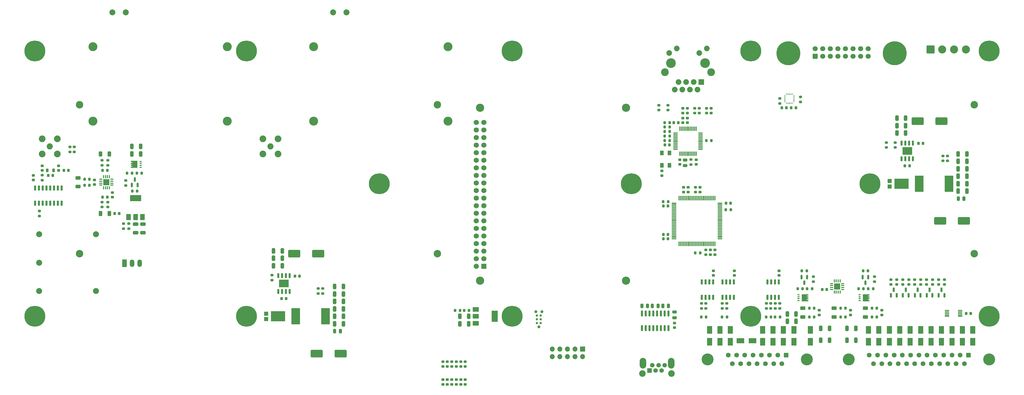
<source format=gbr>
%TF.GenerationSoftware,KiCad,Pcbnew,6.0.2+dfsg-1*%
%TF.CreationDate,2024-06-08T22:33:11+02:00*%
%TF.ProjectId,seatel,73656174-656c-42e6-9b69-6361645f7063,rev?*%
%TF.SameCoordinates,Original*%
%TF.FileFunction,Soldermask,Top*%
%TF.FilePolarity,Negative*%
%FSLAX46Y46*%
G04 Gerber Fmt 4.6, Leading zero omitted, Abs format (unit mm)*
G04 Created by KiCad (PCBNEW 6.0.2+dfsg-1) date 2024-06-08 22:33:11*
%MOMM*%
%LPD*%
G01*
G04 APERTURE LIST*
G04 Aperture macros list*
%AMRoundRect*
0 Rectangle with rounded corners*
0 $1 Rounding radius*
0 $2 $3 $4 $5 $6 $7 $8 $9 X,Y pos of 4 corners*
0 Add a 4 corners polygon primitive as box body*
4,1,4,$2,$3,$4,$5,$6,$7,$8,$9,$2,$3,0*
0 Add four circle primitives for the rounded corners*
1,1,$1+$1,$2,$3*
1,1,$1+$1,$4,$5*
1,1,$1+$1,$6,$7*
1,1,$1+$1,$8,$9*
0 Add four rect primitives between the rounded corners*
20,1,$1+$1,$2,$3,$4,$5,0*
20,1,$1+$1,$4,$5,$6,$7,0*
20,1,$1+$1,$6,$7,$8,$9,0*
20,1,$1+$1,$8,$9,$2,$3,0*%
%AMFreePoly0*
4,1,17,1.395000,0.765000,0.855000,0.765000,0.855000,0.535000,1.395000,0.535000,1.395000,0.115000,0.855000,0.115000,0.855000,-0.115000,1.395000,-0.115000,1.395000,-0.535000,0.855000,-0.535000,0.855000,-0.765000,1.395000,-0.765000,1.395000,-1.185000,-0.855000,-1.185000,-0.855000,1.185000,1.395000,1.185000,1.395000,0.765000,1.395000,0.765000,$1*%
G04 Aperture macros list end*
%ADD10R,1.700000X1.700000*%
%ADD11O,1.700000X1.700000*%
%ADD12RoundRect,0.200000X0.200000X0.275000X-0.200000X0.275000X-0.200000X-0.275000X0.200000X-0.275000X0*%
%ADD13C,7.000000*%
%ADD14RoundRect,0.225000X0.225000X0.250000X-0.225000X0.250000X-0.225000X-0.250000X0.225000X-0.250000X0*%
%ADD15R,1.800000X2.500000*%
%ADD16C,3.000000*%
%ADD17C,2.000000*%
%ADD18RoundRect,0.150000X0.150000X-0.587500X0.150000X0.587500X-0.150000X0.587500X-0.150000X-0.587500X0*%
%ADD19RoundRect,0.250000X-0.312500X-0.625000X0.312500X-0.625000X0.312500X0.625000X-0.312500X0.625000X0*%
%ADD20RoundRect,0.250000X-0.250000X-0.475000X0.250000X-0.475000X0.250000X0.475000X-0.250000X0.475000X0*%
%ADD21RoundRect,0.218750X0.256250X-0.218750X0.256250X0.218750X-0.256250X0.218750X-0.256250X-0.218750X0*%
%ADD22RoundRect,0.200000X-0.200000X-0.275000X0.200000X-0.275000X0.200000X0.275000X-0.200000X0.275000X0*%
%ADD23RoundRect,0.200000X-0.275000X0.200000X-0.275000X-0.200000X0.275000X-0.200000X0.275000X0.200000X0*%
%ADD24RoundRect,0.250000X0.625000X-0.312500X0.625000X0.312500X-0.625000X0.312500X-0.625000X-0.312500X0*%
%ADD25RoundRect,0.225000X0.250000X-0.225000X0.250000X0.225000X-0.250000X0.225000X-0.250000X-0.225000X0*%
%ADD26RoundRect,0.200000X0.275000X-0.200000X0.275000X0.200000X-0.275000X0.200000X-0.275000X-0.200000X0*%
%ADD27C,2.500000*%
%ADD28RoundRect,0.225000X-0.225000X-0.250000X0.225000X-0.250000X0.225000X0.250000X-0.225000X0.250000X0*%
%ADD29RoundRect,0.150000X-0.150000X0.725000X-0.150000X-0.725000X0.150000X-0.725000X0.150000X0.725000X0*%
%ADD30RoundRect,0.087500X-0.425000X-0.087500X0.425000X-0.087500X0.425000X0.087500X-0.425000X0.087500X0*%
%ADD31RoundRect,0.087500X-0.087500X-0.425000X0.087500X-0.425000X0.087500X0.425000X-0.087500X0.425000X0*%
%ADD32R,2.100000X2.100000*%
%ADD33C,2.200000*%
%ADD34O,2.200000X3.600000*%
%ADD35C,1.500000*%
%ADD36R,1.500000X1.500000*%
%ADD37RoundRect,0.250000X0.325000X0.650000X-0.325000X0.650000X-0.325000X-0.650000X0.325000X-0.650000X0*%
%ADD38RoundRect,0.250000X-0.325000X-0.650000X0.325000X-0.650000X0.325000X0.650000X-0.325000X0.650000X0*%
%ADD39RoundRect,0.225000X-0.250000X0.225000X-0.250000X-0.225000X0.250000X-0.225000X0.250000X0.225000X0*%
%ADD40R,4.860000X3.360000*%
%ADD41R,1.400000X1.400000*%
%ADD42R,1.300000X1.600000*%
%ADD43R,0.700000X0.420000*%
%ADD44FreePoly0,0.000000*%
%ADD45RoundRect,0.250000X0.250000X0.475000X-0.250000X0.475000X-0.250000X-0.475000X0.250000X-0.475000X0*%
%ADD46RoundRect,0.250000X-0.475000X0.250000X-0.475000X-0.250000X0.475000X-0.250000X0.475000X0.250000X0*%
%ADD47C,4.000000*%
%ADD48R,1.600000X1.600000*%
%ADD49C,1.600000*%
%ADD50RoundRect,0.150000X-0.150000X0.587500X-0.150000X-0.587500X0.150000X-0.587500X0.150000X0.587500X0*%
%ADD51RoundRect,0.250000X0.475000X-0.250000X0.475000X0.250000X-0.475000X0.250000X-0.475000X-0.250000X0*%
%ADD52RoundRect,0.250000X0.600000X-0.600000X0.600000X0.600000X-0.600000X0.600000X-0.600000X-0.600000X0*%
%ADD53C,1.700000*%
%ADD54C,8.000000*%
%ADD55R,2.500000X1.800000*%
%ADD56R,1.500000X2.500000*%
%ADD57O,1.500000X2.500000*%
%ADD58R,2.900680X5.400040*%
%ADD59C,0.990600*%
%ADD60C,0.787400*%
%ADD61RoundRect,0.087500X0.087500X-0.425000X0.087500X0.425000X-0.087500X0.425000X-0.087500X-0.425000X0*%
%ADD62RoundRect,0.087500X0.425000X-0.087500X0.425000X0.087500X-0.425000X0.087500X-0.425000X-0.087500X0*%
%ADD63RoundRect,0.150000X0.150000X-0.725000X0.150000X0.725000X-0.150000X0.725000X-0.150000X-0.725000X0*%
%ADD64RoundRect,0.250000X-1.750000X-1.000000X1.750000X-1.000000X1.750000X1.000000X-1.750000X1.000000X0*%
%ADD65C,2.050000*%
%ADD66C,2.250000*%
%ADD67RoundRect,0.250001X-1.099999X-1.099999X1.099999X-1.099999X1.099999X1.099999X-1.099999X1.099999X0*%
%ADD68C,2.700000*%
%ADD69RoundRect,0.075000X-0.650000X-0.075000X0.650000X-0.075000X0.650000X0.075000X-0.650000X0.075000X0*%
%ADD70R,1.500000X2.000000*%
%ADD71R,3.800000X2.000000*%
%ADD72RoundRect,0.150000X-0.150000X0.825000X-0.150000X-0.825000X0.150000X-0.825000X0.150000X0.825000X0*%
%ADD73RoundRect,0.150000X-0.150000X0.662500X-0.150000X-0.662500X0.150000X-0.662500X0.150000X0.662500X0*%
%ADD74R,3.200000X2.514000*%
%ADD75C,2.750000*%
%ADD76R,1.750000X1.750000*%
%ADD77C,1.750000*%
%ADD78C,3.250000*%
%ADD79C,2.600000*%
%ADD80C,1.890000*%
%ADD81R,1.900000X1.900000*%
%ADD82C,1.900000*%
%ADD83RoundRect,0.075000X-0.075000X0.725000X-0.075000X-0.725000X0.075000X-0.725000X0.075000X0.725000X0*%
%ADD84RoundRect,0.075000X-0.725000X0.075000X-0.725000X-0.075000X0.725000X-0.075000X0.725000X0.075000X0*%
%ADD85RoundRect,0.250000X-0.650000X0.325000X-0.650000X-0.325000X0.650000X-0.325000X0.650000X0.325000X0*%
%ADD86RoundRect,0.218750X-0.218750X-0.381250X0.218750X-0.381250X0.218750X0.381250X-0.218750X0.381250X0*%
%ADD87R,2.000000X1.500000*%
%ADD88R,2.000000X3.800000*%
%ADD89RoundRect,0.075000X0.662500X0.075000X-0.662500X0.075000X-0.662500X-0.075000X0.662500X-0.075000X0*%
%ADD90RoundRect,0.075000X0.075000X0.662500X-0.075000X0.662500X-0.075000X-0.662500X0.075000X-0.662500X0*%
%ADD91FreePoly0,180.000000*%
%ADD92RoundRect,0.050000X-0.225000X-0.050000X0.225000X-0.050000X0.225000X0.050000X-0.225000X0.050000X0*%
%ADD93RoundRect,0.050000X0.050000X-0.225000X0.050000X0.225000X-0.050000X0.225000X-0.050000X-0.225000X0*%
G04 APERTURE END LIST*
D10*
%TO.C,J6*%
X238675000Y-186950000D03*
D11*
X238675000Y-189490000D03*
X236135000Y-186950000D03*
X236135000Y-189490000D03*
X233595000Y-186950000D03*
X233595000Y-189490000D03*
X231055000Y-186950000D03*
X231055000Y-189490000D03*
X228515000Y-186950000D03*
X228515000Y-189490000D03*
%TD*%
D12*
%TO.C,R73*%
X288325000Y-140250000D03*
X286675000Y-140250000D03*
%TD*%
D13*
%TO.C,H5*%
X375000000Y-176000000D03*
%TD*%
D12*
%TO.C,R84*%
X332825000Y-166750000D03*
X331175000Y-166750000D03*
%TD*%
D14*
%TO.C,C35*%
X320525000Y-167000000D03*
X318975000Y-167000000D03*
%TD*%
D15*
%TO.C,D8*%
X359000000Y-184500000D03*
X359000000Y-180500000D03*
%TD*%
D16*
%TO.C,J1*%
X148500000Y-110500000D03*
X148500000Y-85500000D03*
X193500000Y-85500000D03*
X193500000Y-110500000D03*
D17*
X159500000Y-74000000D03*
X155000000Y-74000000D03*
%TD*%
D18*
%TO.C,Q4*%
X346050000Y-168937500D03*
X347950000Y-168937500D03*
X347000000Y-167062500D03*
%TD*%
D19*
%TO.C,R52*%
X77037500Y-121500000D03*
X79962500Y-121500000D03*
%TD*%
D20*
%TO.C,C42*%
X155550000Y-181000000D03*
X157450000Y-181000000D03*
%TD*%
D21*
%TO.C,D27*%
X197800000Y-198787500D03*
X197800000Y-197212500D03*
%TD*%
D14*
%TO.C,C62*%
X306975000Y-106000000D03*
X305425000Y-106000000D03*
%TD*%
D12*
%TO.C,R66*%
X267825000Y-112500000D03*
X266175000Y-112500000D03*
%TD*%
D22*
%TO.C,R10*%
X300175000Y-176250000D03*
X301825000Y-176250000D03*
%TD*%
D18*
%TO.C,Q5*%
X342050000Y-168937500D03*
X343950000Y-168937500D03*
X343000000Y-167062500D03*
%TD*%
D23*
%TO.C,R90*%
X85500000Y-130425000D03*
X85500000Y-132075000D03*
%TD*%
D15*
%TO.C,D14*%
X281200000Y-184500000D03*
X281200000Y-180500000D03*
%TD*%
D23*
%TO.C,R93*%
X304750000Y-102925000D03*
X304750000Y-104575000D03*
%TD*%
D24*
%TO.C,R17*%
X323000000Y-176212500D03*
X323000000Y-173287500D03*
%TD*%
D15*
%TO.C,D5*%
X309500000Y-184500000D03*
X309500000Y-180500000D03*
%TD*%
D25*
%TO.C,C12*%
X339000000Y-175525000D03*
X339000000Y-173975000D03*
%TD*%
D26*
%TO.C,R82*%
X336500000Y-164325000D03*
X336500000Y-162675000D03*
%TD*%
D27*
%TO.C,FID4*%
X190000000Y-105000000D03*
%TD*%
D26*
%TO.C,R64*%
X267250000Y-106825000D03*
X267250000Y-105175000D03*
%TD*%
D28*
%TO.C,C19*%
X77725000Y-136000000D03*
X79275000Y-136000000D03*
%TD*%
D14*
%TO.C,C73*%
X267275000Y-148500000D03*
X265725000Y-148500000D03*
%TD*%
D28*
%TO.C,C11*%
X367225000Y-175000000D03*
X368775000Y-175000000D03*
%TD*%
D29*
%TO.C,IC3*%
X304405000Y-164425000D03*
X303135000Y-164425000D03*
X301865000Y-164425000D03*
X300595000Y-164425000D03*
X300595000Y-169575000D03*
X301865000Y-169575000D03*
X303135000Y-169575000D03*
X304405000Y-169575000D03*
%TD*%
D25*
%TO.C,C14*%
X269500000Y-179775000D03*
X269500000Y-178225000D03*
%TD*%
D30*
%TO.C,IC13*%
X322137500Y-165025000D03*
X322137500Y-165675000D03*
X322137500Y-166325000D03*
X322137500Y-166975000D03*
D31*
X323025000Y-167862500D03*
X323675000Y-167862500D03*
X324325000Y-167862500D03*
X324975000Y-167862500D03*
D30*
X325862500Y-166975000D03*
X325862500Y-166325000D03*
X325862500Y-165675000D03*
X325862500Y-165025000D03*
D31*
X324975000Y-164137500D03*
X324325000Y-164137500D03*
X323675000Y-164137500D03*
X323025000Y-164137500D03*
D32*
X324000000Y-166000000D03*
%TD*%
D21*
%TO.C,D28*%
X199300000Y-197212500D03*
X199300000Y-198787500D03*
%TD*%
D33*
%TO.C,J8*%
X268450000Y-195150000D03*
D34*
X258850000Y-191700000D03*
X268350000Y-191700000D03*
D33*
X258750000Y-195150000D03*
D35*
X266150000Y-192400000D03*
X265150000Y-194200000D03*
X264100000Y-192400000D03*
X263100000Y-194200000D03*
X262050000Y-192400000D03*
D36*
X261050000Y-194200000D03*
%TD*%
D23*
%TO.C,R31*%
X79500000Y-137675000D03*
X79500000Y-139325000D03*
%TD*%
D37*
%TO.C,C26*%
X137975000Y-156500000D03*
X135025000Y-156500000D03*
%TD*%
%TO.C,C29*%
X137975000Y-159000000D03*
X135025000Y-159000000D03*
%TD*%
%TO.C,C25*%
X346975000Y-112000000D03*
X344025000Y-112000000D03*
%TD*%
D23*
%TO.C,R36*%
X199300000Y-191175000D03*
X199300000Y-192825000D03*
%TD*%
D37*
%TO.C,C7*%
X330225000Y-180000000D03*
X327275000Y-180000000D03*
%TD*%
D13*
%TO.C,H2*%
X126000000Y-176000000D03*
%TD*%
D12*
%TO.C,R1*%
X316325000Y-173250000D03*
X314675000Y-173250000D03*
%TD*%
%TO.C,R34*%
X197575000Y-174000000D03*
X195925000Y-174000000D03*
%TD*%
D38*
%TO.C,C55*%
X364525000Y-124000000D03*
X367475000Y-124000000D03*
%TD*%
D17*
%TO.C,IC7*%
X56475000Y-148475000D03*
X56475000Y-158000000D03*
X56475000Y-167525000D03*
X75525000Y-167525000D03*
X75525000Y-148475000D03*
%TD*%
D39*
%TO.C,C72*%
X281750000Y-106225000D03*
X281750000Y-107775000D03*
%TD*%
D23*
%TO.C,R62*%
X276500000Y-132675000D03*
X276500000Y-134325000D03*
%TD*%
D40*
%TO.C,D22*%
X136582000Y-176000000D03*
D41*
X132600000Y-176920000D03*
X132600000Y-175080000D03*
%TD*%
D21*
%TO.C,D25*%
X194800000Y-198787500D03*
X194800000Y-197212500D03*
%TD*%
D26*
%TO.C,R49*%
X77500000Y-125325000D03*
X77500000Y-123675000D03*
%TD*%
%TO.C,R25*%
X358000000Y-165325000D03*
X358000000Y-163675000D03*
%TD*%
D42*
%TO.C,X1*%
X267750000Y-125300000D03*
X267750000Y-121200000D03*
X265250000Y-121200000D03*
X265250000Y-125300000D03*
%TD*%
D37*
%TO.C,C9*%
X321475000Y-180000000D03*
X318525000Y-180000000D03*
%TD*%
D43*
%TO.C,Q8*%
X311000000Y-168775000D03*
X311000000Y-169425000D03*
X311000000Y-170075000D03*
X311000000Y-170725000D03*
D44*
X312955000Y-169750000D03*
%TD*%
D22*
%TO.C,R80*%
X276425000Y-154750000D03*
X278075000Y-154750000D03*
%TD*%
D23*
%TO.C,R37*%
X343500000Y-117675000D03*
X343500000Y-119325000D03*
%TD*%
D45*
%TO.C,C6*%
X260450000Y-172500000D03*
X258550000Y-172500000D03*
%TD*%
D38*
%TO.C,C58*%
X155525000Y-168500000D03*
X158475000Y-168500000D03*
%TD*%
D22*
%TO.C,R63*%
X280175000Y-117000000D03*
X281825000Y-117000000D03*
%TD*%
D39*
%TO.C,C64*%
X276750000Y-123475000D03*
X276750000Y-125025000D03*
%TD*%
D46*
%TO.C,C70*%
X273000000Y-123550000D03*
X273000000Y-125450000D03*
%TD*%
D26*
%TO.C,R42*%
X342000000Y-165325000D03*
X342000000Y-163675000D03*
%TD*%
D47*
%TO.C,J9*%
X313830000Y-190439669D03*
X280530000Y-190439669D03*
D48*
X306875000Y-189019669D03*
D49*
X304105000Y-189019669D03*
X301335000Y-189019669D03*
X298565000Y-189019669D03*
X295795000Y-189019669D03*
X293025000Y-189019669D03*
X290255000Y-189019669D03*
X287485000Y-189019669D03*
X305490000Y-191859669D03*
X302720000Y-191859669D03*
X299950000Y-191859669D03*
X297180000Y-191859669D03*
X294410000Y-191859669D03*
X291640000Y-191859669D03*
X288870000Y-191859669D03*
%TD*%
D23*
%TO.C,R76*%
X194800000Y-191175000D03*
X194800000Y-192825000D03*
%TD*%
D26*
%TO.C,R59*%
X275000000Y-125075000D03*
X275000000Y-123425000D03*
%TD*%
D18*
%TO.C,Q2*%
X354050000Y-168937500D03*
X355950000Y-168937500D03*
X355000000Y-167062500D03*
%TD*%
D12*
%TO.C,R61*%
X267825000Y-115500000D03*
X266175000Y-115500000D03*
%TD*%
D27*
%TO.C,FID3*%
X370000000Y-105000000D03*
%TD*%
D23*
%TO.C,R75*%
X193300000Y-191175000D03*
X193300000Y-192825000D03*
%TD*%
D50*
%TO.C,Q7*%
X334450000Y-162812500D03*
X332550000Y-162812500D03*
X333500000Y-164687500D03*
%TD*%
D19*
%TO.C,R28*%
X77037500Y-141500000D03*
X79962500Y-141500000D03*
%TD*%
D51*
%TO.C,C5*%
X269500000Y-176450000D03*
X269500000Y-174550000D03*
%TD*%
D23*
%TO.C,R78*%
X197800000Y-191175000D03*
X197800000Y-192825000D03*
%TD*%
D26*
%TO.C,R54*%
X79500000Y-125325000D03*
X79500000Y-123675000D03*
%TD*%
D23*
%TO.C,R22*%
X280000000Y-171675000D03*
X280000000Y-173325000D03*
%TD*%
D21*
%TO.C,D24*%
X193300000Y-198787500D03*
X193300000Y-197212500D03*
%TD*%
D14*
%TO.C,C30*%
X348275000Y-125500000D03*
X346725000Y-125500000D03*
%TD*%
%TO.C,C36*%
X352775000Y-118000000D03*
X351225000Y-118000000D03*
%TD*%
D23*
%TO.C,R27*%
X77500000Y-137675000D03*
X77500000Y-139325000D03*
%TD*%
D14*
%TO.C,C63*%
X267775000Y-118500000D03*
X266225000Y-118500000D03*
%TD*%
D13*
%TO.C,H1*%
X55000000Y-176000000D03*
%TD*%
D26*
%TO.C,R7*%
X304750000Y-173325000D03*
X304750000Y-171675000D03*
%TD*%
D13*
%TO.C,H8*%
X335000000Y-131500000D03*
%TD*%
D26*
%TO.C,R65*%
X264250000Y-106825000D03*
X264250000Y-105175000D03*
%TD*%
%TO.C,R40*%
X344000000Y-165325000D03*
X344000000Y-163675000D03*
%TD*%
%TO.C,R58*%
X68250000Y-120825000D03*
X68250000Y-119175000D03*
%TD*%
D23*
%TO.C,R43*%
X84750000Y-144925000D03*
X84750000Y-146575000D03*
%TD*%
D39*
%TO.C,C61*%
X265250000Y-127225000D03*
X265250000Y-128775000D03*
%TD*%
D37*
%TO.C,C3*%
X310225000Y-177700000D03*
X307275000Y-177700000D03*
%TD*%
D52*
%TO.C,J115*%
X316610000Y-88752500D03*
D53*
X316610000Y-86212500D03*
X319150000Y-88752500D03*
X319150000Y-86212500D03*
X321690000Y-88752500D03*
X321690000Y-86212500D03*
X324230000Y-88752500D03*
X324230000Y-86212500D03*
X326770000Y-88752500D03*
X326770000Y-86212500D03*
X329310000Y-88752500D03*
X329310000Y-86212500D03*
X331850000Y-88752500D03*
X331850000Y-86212500D03*
X334390000Y-88752500D03*
X334390000Y-86212500D03*
D54*
X307670000Y-87732500D03*
X343330000Y-87732500D03*
%TD*%
D14*
%TO.C,C80*%
X267275000Y-139000000D03*
X265725000Y-139000000D03*
%TD*%
D13*
%TO.C,H10*%
X126000000Y-87000000D03*
%TD*%
D55*
%TO.C,D11*%
X291600000Y-184200000D03*
X295600000Y-184200000D03*
%TD*%
D20*
%TO.C,C41*%
X364600000Y-136500000D03*
X366500000Y-136500000D03*
%TD*%
D56*
%TO.C,IC8*%
X85067500Y-158182500D03*
D57*
X87607500Y-158182500D03*
X90147500Y-158182500D03*
%TD*%
D14*
%TO.C,C31*%
X139275000Y-170000000D03*
X137725000Y-170000000D03*
%TD*%
D39*
%TO.C,C69*%
X271250000Y-123475000D03*
X271250000Y-125025000D03*
%TD*%
D25*
%TO.C,C15*%
X304500000Y-162275000D03*
X304500000Y-160725000D03*
%TD*%
D15*
%TO.C,D13*%
X299000000Y-184500000D03*
X299000000Y-180500000D03*
%TD*%
D38*
%TO.C,C46*%
X155525000Y-176000000D03*
X158475000Y-176000000D03*
%TD*%
D22*
%TO.C,R92*%
X89175000Y-128000000D03*
X90825000Y-128000000D03*
%TD*%
D12*
%TO.C,R50*%
X73325000Y-132000000D03*
X71675000Y-132000000D03*
%TD*%
D38*
%TO.C,C45*%
X364525000Y-121500000D03*
X367475000Y-121500000D03*
%TD*%
D23*
%TO.C,R71*%
X277750000Y-106175000D03*
X277750000Y-107825000D03*
%TD*%
%TO.C,R72*%
X280250000Y-106175000D03*
X280250000Y-107825000D03*
%TD*%
D58*
%TO.C,L1*%
X351498740Y-131500000D03*
X361501260Y-131500000D03*
%TD*%
D12*
%TO.C,R83*%
X336075000Y-166750000D03*
X334425000Y-166750000D03*
%TD*%
D28*
%TO.C,C24*%
X81725000Y-141500000D03*
X83275000Y-141500000D03*
%TD*%
D13*
%TO.C,H6*%
X170500000Y-131500000D03*
%TD*%
D22*
%TO.C,R85*%
X312175000Y-160750000D03*
X313825000Y-160750000D03*
%TD*%
D59*
%TO.C,P1*%
X225016000Y-174460000D03*
X222984000Y-174460000D03*
X224000000Y-179540000D03*
D60*
X224635000Y-178270000D03*
X223365000Y-178270000D03*
X224635000Y-177000000D03*
X223365000Y-177000000D03*
X224635000Y-175730000D03*
X223365000Y-175730000D03*
%TD*%
D61*
%TO.C,IC14*%
X78025000Y-132862500D03*
X78675000Y-132862500D03*
X79325000Y-132862500D03*
X79975000Y-132862500D03*
D62*
X80862500Y-131975000D03*
X80862500Y-131325000D03*
X80862500Y-130675000D03*
X80862500Y-130025000D03*
D61*
X79975000Y-129137500D03*
X79325000Y-129137500D03*
X78675000Y-129137500D03*
X78025000Y-129137500D03*
D62*
X77137500Y-130025000D03*
X77137500Y-130675000D03*
X77137500Y-131325000D03*
X77137500Y-131975000D03*
D32*
X79000000Y-131000000D03*
%TD*%
D38*
%TO.C,C56*%
X155525000Y-171000000D03*
X158475000Y-171000000D03*
%TD*%
D63*
%TO.C,IC12*%
X55055000Y-138075000D03*
X56325000Y-138075000D03*
X57595000Y-138075000D03*
X58865000Y-138075000D03*
X60135000Y-138075000D03*
X61405000Y-138075000D03*
X62675000Y-138075000D03*
X63945000Y-138075000D03*
X63945000Y-132925000D03*
X62675000Y-132925000D03*
X61405000Y-132925000D03*
X60135000Y-132925000D03*
X58865000Y-132925000D03*
X57595000Y-132925000D03*
X56325000Y-132925000D03*
X55055000Y-132925000D03*
%TD*%
D40*
%TO.C,D21*%
X345582000Y-131500000D03*
D41*
X341600000Y-132420000D03*
X341600000Y-130580000D03*
%TD*%
D12*
%TO.C,R19*%
X326825000Y-173250000D03*
X325175000Y-173250000D03*
%TD*%
D18*
%TO.C,Q3*%
X350050000Y-168937500D03*
X351950000Y-168937500D03*
X351000000Y-167062500D03*
%TD*%
D12*
%TO.C,R89*%
X89325000Y-134000000D03*
X87675000Y-134000000D03*
%TD*%
D23*
%TO.C,R47*%
X151500000Y-166675000D03*
X151500000Y-168325000D03*
%TD*%
D13*
%TO.C,H12*%
X295000000Y-87000000D03*
%TD*%
D22*
%TO.C,R21*%
X278425000Y-176250000D03*
X280075000Y-176250000D03*
%TD*%
D12*
%TO.C,R39*%
X200575000Y-174000000D03*
X198925000Y-174000000D03*
%TD*%
D39*
%TO.C,C71*%
X272250000Y-106225000D03*
X272250000Y-107775000D03*
%TD*%
D64*
%TO.C,C21*%
X142000000Y-155000000D03*
X150000000Y-155000000D03*
%TD*%
D28*
%TO.C,C66*%
X308625000Y-106000000D03*
X310175000Y-106000000D03*
%TD*%
D65*
%TO.C,J5*%
X134000000Y-119000000D03*
D66*
X136540000Y-116460000D03*
X131460000Y-121540000D03*
X136540000Y-121540000D03*
X131460000Y-116460000D03*
%TD*%
D38*
%TO.C,C54*%
X155525000Y-173500000D03*
X158475000Y-173500000D03*
%TD*%
D26*
%TO.C,R33*%
X346000000Y-165325000D03*
X346000000Y-163675000D03*
%TD*%
D27*
%TO.C,FID1*%
X370000000Y-155000000D03*
%TD*%
D67*
%TO.C,J111*%
X355282500Y-86450000D03*
D68*
X359242500Y-86450000D03*
X363202500Y-86450000D03*
X367162500Y-86450000D03*
%TD*%
D13*
%TO.C,H9*%
X55000000Y-87000000D03*
%TD*%
D20*
%TO.C,C17*%
X265550000Y-172500000D03*
X267450000Y-172500000D03*
%TD*%
D24*
%TO.C,R53*%
X69500000Y-132462500D03*
X69500000Y-129537500D03*
%TD*%
D69*
%TO.C,IC1*%
X360800000Y-174000000D03*
X360800000Y-174500000D03*
X360800000Y-175000000D03*
X360800000Y-175500000D03*
X360800000Y-176000000D03*
X365200000Y-176000000D03*
X365200000Y-175500000D03*
X365200000Y-175000000D03*
X365200000Y-174500000D03*
X365200000Y-174000000D03*
%TD*%
D25*
%TO.C,C1*%
X318000000Y-175525000D03*
X318000000Y-173975000D03*
%TD*%
D23*
%TO.C,R12*%
X285500000Y-171675000D03*
X285500000Y-173325000D03*
%TD*%
D12*
%TO.C,R2*%
X316325000Y-176250000D03*
X314675000Y-176250000D03*
%TD*%
D27*
%TO.C,FID2*%
X190000000Y-155000000D03*
%TD*%
D15*
%TO.C,D12*%
X302500000Y-184500000D03*
X302500000Y-180500000D03*
%TD*%
%TO.C,D18*%
X341500000Y-184500000D03*
X341500000Y-180500000D03*
%TD*%
D70*
%TO.C,IC9*%
X86450000Y-142650000D03*
X88750000Y-142650000D03*
D71*
X88750000Y-136350000D03*
D70*
X91050000Y-142650000D03*
%TD*%
D22*
%TO.C,R6*%
X285425000Y-176250000D03*
X287075000Y-176250000D03*
%TD*%
D15*
%TO.C,D15*%
X284700000Y-184500000D03*
X284700000Y-180500000D03*
%TD*%
D26*
%TO.C,R51*%
X311750000Y-104075000D03*
X311750000Y-102425000D03*
%TD*%
D15*
%TO.C,D4*%
X355500000Y-184500000D03*
X355500000Y-180500000D03*
%TD*%
%TO.C,D2*%
X352000000Y-184500000D03*
X352000000Y-180500000D03*
%TD*%
D12*
%TO.C,R55*%
X73325000Y-130000000D03*
X71675000Y-130000000D03*
%TD*%
D20*
%TO.C,C4*%
X262050000Y-172500000D03*
X263950000Y-172500000D03*
%TD*%
D72*
%TO.C,IC2*%
X267445000Y-175025000D03*
X266175000Y-175025000D03*
X264905000Y-175025000D03*
X263635000Y-175025000D03*
X262365000Y-175025000D03*
X261095000Y-175025000D03*
X259825000Y-175025000D03*
X258555000Y-175025000D03*
X258555000Y-179975000D03*
X259825000Y-179975000D03*
X261095000Y-179975000D03*
X262365000Y-179975000D03*
X263635000Y-179975000D03*
X264905000Y-179975000D03*
X266175000Y-179975000D03*
X267445000Y-179975000D03*
%TD*%
D22*
%TO.C,R91*%
X85925000Y-128000000D03*
X87575000Y-128000000D03*
%TD*%
%TO.C,R68*%
X266175000Y-114000000D03*
X267825000Y-114000000D03*
%TD*%
D38*
%TO.C,C57*%
X364525000Y-131500000D03*
X367475000Y-131500000D03*
%TD*%
D25*
%TO.C,C68*%
X273750000Y-111025000D03*
X273750000Y-109475000D03*
%TD*%
%TO.C,C86*%
X63000000Y-127025000D03*
X63000000Y-125475000D03*
%TD*%
D47*
%TO.C,J10*%
X374955000Y-190439669D03*
X327855000Y-190439669D03*
D48*
X368025000Y-189019669D03*
D49*
X365255000Y-189019669D03*
X362485000Y-189019669D03*
X359715000Y-189019669D03*
X356945000Y-189019669D03*
X354175000Y-189019669D03*
X351405000Y-189019669D03*
X348635000Y-189019669D03*
X345865000Y-189019669D03*
X343095000Y-189019669D03*
X340325000Y-189019669D03*
X337555000Y-189019669D03*
X334785000Y-189019669D03*
X366640000Y-191859669D03*
X363870000Y-191859669D03*
X361100000Y-191859669D03*
X358330000Y-191859669D03*
X355560000Y-191859669D03*
X352790000Y-191859669D03*
X350020000Y-191859669D03*
X347250000Y-191859669D03*
X344480000Y-191859669D03*
X341710000Y-191859669D03*
X338940000Y-191859669D03*
X336170000Y-191859669D03*
%TD*%
D18*
%TO.C,Q1*%
X358050000Y-168937500D03*
X359950000Y-168937500D03*
X359000000Y-167062500D03*
%TD*%
D73*
%TO.C,IC10*%
X349405000Y-117862500D03*
X348135000Y-117862500D03*
X346865000Y-117862500D03*
X345595000Y-117862500D03*
X345595000Y-123137500D03*
X346865000Y-123137500D03*
X348135000Y-123137500D03*
X349405000Y-123137500D03*
D74*
X347500000Y-120500000D03*
%TD*%
D26*
%TO.C,R20*%
X278500000Y-173325000D03*
X278500000Y-171675000D03*
%TD*%
%TO.C,R23*%
X360000000Y-165325000D03*
X360000000Y-163675000D03*
%TD*%
D25*
%TO.C,C16*%
X289500000Y-162275000D03*
X289500000Y-160725000D03*
%TD*%
D38*
%TO.C,C48*%
X364525000Y-126500000D03*
X367475000Y-126500000D03*
%TD*%
D58*
%TO.C,L2*%
X142498740Y-176000000D03*
X152501260Y-176000000D03*
%TD*%
D25*
%TO.C,C79*%
X274000000Y-134275000D03*
X274000000Y-132725000D03*
%TD*%
D26*
%TO.C,R9*%
X301750000Y-173325000D03*
X301750000Y-171675000D03*
%TD*%
D15*
%TO.C,D16*%
X348500000Y-184500000D03*
X348500000Y-180500000D03*
%TD*%
D25*
%TO.C,C78*%
X278000000Y-134275000D03*
X278000000Y-132725000D03*
%TD*%
D12*
%TO.C,R87*%
X315575000Y-166750000D03*
X313925000Y-166750000D03*
%TD*%
D25*
%TO.C,C18*%
X282500000Y-162275000D03*
X282500000Y-160725000D03*
%TD*%
D75*
%TO.C,J3*%
X253250000Y-106050000D03*
X204250000Y-106050000D03*
X204250000Y-164050000D03*
X253250000Y-164050000D03*
D76*
X205520000Y-159180000D03*
D77*
X202980000Y-159180000D03*
X205520000Y-156640000D03*
X202980000Y-156640000D03*
X205520000Y-154100000D03*
X202980000Y-154100000D03*
X205520000Y-151560000D03*
X202980000Y-151560000D03*
X205520000Y-149020000D03*
X202980000Y-149020000D03*
X205520000Y-146480000D03*
X202980000Y-146480000D03*
X205520000Y-143940000D03*
X202980000Y-143940000D03*
X205520000Y-141400000D03*
X202980000Y-141400000D03*
X205520000Y-138860000D03*
X202980000Y-138860000D03*
X205520000Y-136320000D03*
X202980000Y-136320000D03*
X205520000Y-133780000D03*
X202980000Y-133780000D03*
X205520000Y-131240000D03*
X202980000Y-131240000D03*
X205520000Y-128700000D03*
X202980000Y-128700000D03*
X205520000Y-126160000D03*
X202980000Y-126160000D03*
X205520000Y-123620000D03*
X202980000Y-123620000D03*
X205520000Y-121080000D03*
X202980000Y-121080000D03*
X205520000Y-118540000D03*
X202980000Y-118540000D03*
X205520000Y-116000000D03*
X202980000Y-116000000D03*
X205520000Y-113460000D03*
X202980000Y-113460000D03*
X205520000Y-110920000D03*
X202980000Y-110920000D03*
%TD*%
D12*
%TO.C,R15*%
X326825000Y-176250000D03*
X325175000Y-176250000D03*
%TD*%
D28*
%TO.C,C85*%
X59475000Y-128750000D03*
X61025000Y-128750000D03*
%TD*%
D78*
%TO.C,J7*%
X268285000Y-91030000D03*
X279715000Y-91030000D03*
D79*
X266225000Y-94080000D03*
X281775000Y-94080000D03*
D80*
X267675000Y-87650000D03*
X270215000Y-86130000D03*
X277785000Y-87650000D03*
X280325000Y-86130000D03*
D81*
X278445000Y-97370000D03*
D82*
X277175000Y-99910000D03*
X275905000Y-97370000D03*
X274635000Y-99910000D03*
X273365000Y-97370000D03*
X272095000Y-99910000D03*
X270825000Y-97370000D03*
X269555000Y-99910000D03*
%TD*%
D25*
%TO.C,C44*%
X75000000Y-131775000D03*
X75000000Y-130225000D03*
%TD*%
D83*
%TO.C,IC17*%
X283000000Y-136325000D03*
X282500000Y-136325000D03*
X282000000Y-136325000D03*
X281500000Y-136325000D03*
X281000000Y-136325000D03*
X280500000Y-136325000D03*
X280000000Y-136325000D03*
X279500000Y-136325000D03*
X279000000Y-136325000D03*
X278500000Y-136325000D03*
X278000000Y-136325000D03*
X277500000Y-136325000D03*
X277000000Y-136325000D03*
X276500000Y-136325000D03*
X276000000Y-136325000D03*
X275500000Y-136325000D03*
X275000000Y-136325000D03*
X274500000Y-136325000D03*
X274000000Y-136325000D03*
X273500000Y-136325000D03*
X273000000Y-136325000D03*
X272500000Y-136325000D03*
X272000000Y-136325000D03*
X271500000Y-136325000D03*
X271000000Y-136325000D03*
D84*
X269325000Y-138000000D03*
X269325000Y-138500000D03*
X269325000Y-139000000D03*
X269325000Y-139500000D03*
X269325000Y-140000000D03*
X269325000Y-140500000D03*
X269325000Y-141000000D03*
X269325000Y-141500000D03*
X269325000Y-142000000D03*
X269325000Y-142500000D03*
X269325000Y-143000000D03*
X269325000Y-143500000D03*
X269325000Y-144000000D03*
X269325000Y-144500000D03*
X269325000Y-145000000D03*
X269325000Y-145500000D03*
X269325000Y-146000000D03*
X269325000Y-146500000D03*
X269325000Y-147000000D03*
X269325000Y-147500000D03*
X269325000Y-148000000D03*
X269325000Y-148500000D03*
X269325000Y-149000000D03*
X269325000Y-149500000D03*
X269325000Y-150000000D03*
D83*
X271000000Y-151675000D03*
X271500000Y-151675000D03*
X272000000Y-151675000D03*
X272500000Y-151675000D03*
X273000000Y-151675000D03*
X273500000Y-151675000D03*
X274000000Y-151675000D03*
X274500000Y-151675000D03*
X275000000Y-151675000D03*
X275500000Y-151675000D03*
X276000000Y-151675000D03*
X276500000Y-151675000D03*
X277000000Y-151675000D03*
X277500000Y-151675000D03*
X278000000Y-151675000D03*
X278500000Y-151675000D03*
X279000000Y-151675000D03*
X279500000Y-151675000D03*
X280000000Y-151675000D03*
X280500000Y-151675000D03*
X281000000Y-151675000D03*
X281500000Y-151675000D03*
X282000000Y-151675000D03*
X282500000Y-151675000D03*
X283000000Y-151675000D03*
D84*
X284675000Y-150000000D03*
X284675000Y-149500000D03*
X284675000Y-149000000D03*
X284675000Y-148500000D03*
X284675000Y-148000000D03*
X284675000Y-147500000D03*
X284675000Y-147000000D03*
X284675000Y-146500000D03*
X284675000Y-146000000D03*
X284675000Y-145500000D03*
X284675000Y-145000000D03*
X284675000Y-144500000D03*
X284675000Y-144000000D03*
X284675000Y-143500000D03*
X284675000Y-143000000D03*
X284675000Y-142500000D03*
X284675000Y-142000000D03*
X284675000Y-141500000D03*
X284675000Y-141000000D03*
X284675000Y-140500000D03*
X284675000Y-140000000D03*
X284675000Y-139500000D03*
X284675000Y-139000000D03*
X284675000Y-138500000D03*
X284675000Y-138000000D03*
%TD*%
D15*
%TO.C,D19*%
X338000000Y-184500000D03*
X338000000Y-180500000D03*
%TD*%
D27*
%TO.C,FID5*%
X70000000Y-105000000D03*
%TD*%
D13*
%TO.C,H7*%
X255000000Y-131500000D03*
%TD*%
D23*
%TO.C,R77*%
X196300000Y-191175000D03*
X196300000Y-192825000D03*
%TD*%
D37*
%TO.C,C2*%
X310225000Y-175200000D03*
X307275000Y-175200000D03*
%TD*%
D39*
%TO.C,C74*%
X281500000Y-153725000D03*
X281500000Y-155275000D03*
%TD*%
D13*
%TO.C,H13*%
X375000000Y-87000000D03*
%TD*%
D38*
%TO.C,C39*%
X87525000Y-121500000D03*
X90475000Y-121500000D03*
%TD*%
D23*
%TO.C,R45*%
X361000000Y-122175000D03*
X361000000Y-123825000D03*
%TD*%
D12*
%TO.C,R18*%
X337325000Y-173250000D03*
X335675000Y-173250000D03*
%TD*%
D85*
%TO.C,C33*%
X91250000Y-145025000D03*
X91250000Y-147975000D03*
%TD*%
D23*
%TO.C,R35*%
X340500000Y-117675000D03*
X340500000Y-119325000D03*
%TD*%
D12*
%TO.C,R88*%
X312400000Y-166750000D03*
X310750000Y-166750000D03*
%TD*%
D15*
%TO.C,D3*%
X306000000Y-184500000D03*
X306000000Y-180500000D03*
%TD*%
D25*
%TO.C,C65*%
X272250000Y-111025000D03*
X272250000Y-109475000D03*
%TD*%
D15*
%TO.C,D10*%
X362500000Y-184500000D03*
X362500000Y-180500000D03*
%TD*%
D23*
%TO.C,R70*%
X276250000Y-106175000D03*
X276250000Y-107825000D03*
%TD*%
D26*
%TO.C,R11*%
X287000000Y-173325000D03*
X287000000Y-171675000D03*
%TD*%
D23*
%TO.C,R38*%
X134500000Y-162175000D03*
X134500000Y-163825000D03*
%TD*%
D18*
%TO.C,Q11*%
X87550000Y-131937500D03*
X89450000Y-131937500D03*
X88500000Y-130062500D03*
%TD*%
D13*
%TO.C,H3*%
X215000000Y-176000000D03*
%TD*%
D23*
%TO.C,R74*%
X191800000Y-191175000D03*
X191800000Y-192825000D03*
%TD*%
D38*
%TO.C,C49*%
X155525000Y-178500000D03*
X158475000Y-178500000D03*
%TD*%
D28*
%TO.C,C43*%
X77725000Y-127000000D03*
X79275000Y-127000000D03*
%TD*%
%TO.C,C87*%
X64725000Y-127000000D03*
X66275000Y-127000000D03*
%TD*%
D15*
%TO.C,D1*%
X315000000Y-184500000D03*
X315000000Y-180500000D03*
%TD*%
D86*
%TO.C,L3*%
X59187500Y-127000000D03*
X61312500Y-127000000D03*
%TD*%
D43*
%TO.C,Q6*%
X331500000Y-168775000D03*
X331500000Y-169425000D03*
X331500000Y-170075000D03*
X331500000Y-170725000D03*
D44*
X333455000Y-169750000D03*
%TD*%
D65*
%TO.C,J4*%
X60000000Y-119000000D03*
D66*
X57460000Y-116460000D03*
X62540000Y-121540000D03*
X62540000Y-116460000D03*
X57460000Y-121540000D03*
%TD*%
D15*
%TO.C,D7*%
X369500000Y-184500000D03*
X369500000Y-180500000D03*
%TD*%
D25*
%TO.C,C77*%
X272500000Y-134275000D03*
X272500000Y-132725000D03*
%TD*%
D29*
%TO.C,IC5*%
X282405000Y-164425000D03*
X281135000Y-164425000D03*
X279865000Y-164425000D03*
X278595000Y-164425000D03*
X278595000Y-169575000D03*
X279865000Y-169575000D03*
X281135000Y-169575000D03*
X282405000Y-169575000D03*
%TD*%
D26*
%TO.C,R46*%
X359500000Y-123825000D03*
X359500000Y-122175000D03*
%TD*%
D28*
%TO.C,C83*%
X286725000Y-138000000D03*
X288275000Y-138000000D03*
%TD*%
D24*
%TO.C,R3*%
X312500000Y-176212500D03*
X312500000Y-173287500D03*
%TD*%
D15*
%TO.C,D17*%
X345000000Y-184500000D03*
X345000000Y-180500000D03*
%TD*%
D39*
%TO.C,C50*%
X81000000Y-134475000D03*
X81000000Y-136025000D03*
%TD*%
D85*
%TO.C,C34*%
X88750000Y-145025000D03*
X88750000Y-147975000D03*
%TD*%
D37*
%TO.C,C10*%
X321475000Y-184000000D03*
X318525000Y-184000000D03*
%TD*%
D87*
%TO.C,IC6*%
X202850000Y-173700000D03*
X202850000Y-176000000D03*
D88*
X209150000Y-176000000D03*
D87*
X202850000Y-178300000D03*
%TD*%
D26*
%TO.C,R30*%
X348000000Y-165325000D03*
X348000000Y-163675000D03*
%TD*%
%TO.C,R79*%
X280000000Y-155325000D03*
X280000000Y-153675000D03*
%TD*%
D50*
%TO.C,Q9*%
X313950000Y-162812500D03*
X312050000Y-162812500D03*
X313000000Y-164687500D03*
%TD*%
D12*
%TO.C,R67*%
X267825000Y-111000000D03*
X266175000Y-111000000D03*
%TD*%
D37*
%TO.C,C23*%
X137975000Y-154000000D03*
X135025000Y-154000000D03*
%TD*%
D26*
%TO.C,R41*%
X56500000Y-142325000D03*
X56500000Y-140675000D03*
%TD*%
D15*
%TO.C,D20*%
X334500000Y-184500000D03*
X334500000Y-180500000D03*
%TD*%
D37*
%TO.C,C22*%
X346975000Y-109500000D03*
X344025000Y-109500000D03*
%TD*%
D26*
%TO.C,R29*%
X352000000Y-165325000D03*
X352000000Y-163675000D03*
%TD*%
D64*
%TO.C,C20*%
X351000000Y-110500000D03*
X359000000Y-110500000D03*
%TD*%
D13*
%TO.C,H4*%
X295000000Y-176000000D03*
%TD*%
D64*
%TO.C,C59*%
X358500000Y-144000000D03*
X366500000Y-144000000D03*
%TD*%
D14*
%TO.C,C37*%
X143775000Y-162500000D03*
X142225000Y-162500000D03*
%TD*%
D26*
%TO.C,R56*%
X57500000Y-130325000D03*
X57500000Y-128675000D03*
%TD*%
D13*
%TO.C,H11*%
X215000000Y-87000000D03*
%TD*%
D89*
%TO.C,IC16*%
X278162500Y-120000000D03*
X278162500Y-119500000D03*
X278162500Y-119000000D03*
X278162500Y-118500000D03*
X278162500Y-118000000D03*
X278162500Y-117500000D03*
X278162500Y-117000000D03*
X278162500Y-116500000D03*
X278162500Y-116000000D03*
X278162500Y-115500000D03*
X278162500Y-115000000D03*
X278162500Y-114500000D03*
D90*
X276750000Y-113087500D03*
X276250000Y-113087500D03*
X275750000Y-113087500D03*
X275250000Y-113087500D03*
X274750000Y-113087500D03*
X274250000Y-113087500D03*
X273750000Y-113087500D03*
X273250000Y-113087500D03*
X272750000Y-113087500D03*
X272250000Y-113087500D03*
X271750000Y-113087500D03*
X271250000Y-113087500D03*
D89*
X269837500Y-114500000D03*
X269837500Y-115000000D03*
X269837500Y-115500000D03*
X269837500Y-116000000D03*
X269837500Y-116500000D03*
X269837500Y-117000000D03*
X269837500Y-117500000D03*
X269837500Y-118000000D03*
X269837500Y-118500000D03*
X269837500Y-119000000D03*
X269837500Y-119500000D03*
X269837500Y-120000000D03*
D90*
X271250000Y-121412500D03*
X271750000Y-121412500D03*
X272250000Y-121412500D03*
X272750000Y-121412500D03*
X273250000Y-121412500D03*
X273750000Y-121412500D03*
X274250000Y-121412500D03*
X274750000Y-121412500D03*
X275250000Y-121412500D03*
X275750000Y-121412500D03*
X276250000Y-121412500D03*
X276750000Y-121412500D03*
%TD*%
D26*
%TO.C,R24*%
X356000000Y-165325000D03*
X356000000Y-163675000D03*
%TD*%
D25*
%TO.C,C84*%
X57500000Y-127025000D03*
X57500000Y-125475000D03*
%TD*%
D23*
%TO.C,R69*%
X273750000Y-106175000D03*
X273750000Y-107825000D03*
%TD*%
D43*
%TO.C,Q10*%
X90500000Y-125975000D03*
X90500000Y-125325000D03*
X90500000Y-124675000D03*
X90500000Y-124025000D03*
D91*
X88545000Y-125000000D03*
%TD*%
D37*
%TO.C,C32*%
X200475000Y-176000000D03*
X197525000Y-176000000D03*
%TD*%
D23*
%TO.C,R8*%
X303250000Y-171675000D03*
X303250000Y-173325000D03*
%TD*%
D21*
%TO.C,D23*%
X191800000Y-198787500D03*
X191800000Y-197212500D03*
%TD*%
D64*
%TO.C,C60*%
X149500000Y-188500000D03*
X157500000Y-188500000D03*
%TD*%
D12*
%TO.C,R5*%
X304825000Y-176250000D03*
X303175000Y-176250000D03*
%TD*%
%TO.C,R4*%
X267325000Y-137500000D03*
X265675000Y-137500000D03*
%TD*%
D25*
%TO.C,C13*%
X328500000Y-175525000D03*
X328500000Y-173975000D03*
%TD*%
D37*
%TO.C,C27*%
X200475000Y-178500000D03*
X197525000Y-178500000D03*
%TD*%
D25*
%TO.C,C38*%
X54500000Y-130275000D03*
X54500000Y-128725000D03*
%TD*%
D37*
%TO.C,C28*%
X346975000Y-114500000D03*
X344025000Y-114500000D03*
%TD*%
D38*
%TO.C,C51*%
X364525000Y-129000000D03*
X367475000Y-129000000D03*
%TD*%
D26*
%TO.C,R48*%
X150000000Y-168325000D03*
X150000000Y-166675000D03*
%TD*%
%TO.C,R57*%
X66750000Y-120825000D03*
X66750000Y-119175000D03*
%TD*%
D23*
%TO.C,R13*%
X300250000Y-171675000D03*
X300250000Y-173325000D03*
%TD*%
D24*
%TO.C,R16*%
X333500000Y-176212500D03*
X333500000Y-173287500D03*
%TD*%
D29*
%TO.C,IC4*%
X289405000Y-164425000D03*
X288135000Y-164425000D03*
X286865000Y-164425000D03*
X285595000Y-164425000D03*
X285595000Y-169575000D03*
X286865000Y-169575000D03*
X288135000Y-169575000D03*
X289405000Y-169575000D03*
%TD*%
D21*
%TO.C,D26*%
X196300000Y-198787500D03*
X196300000Y-197212500D03*
%TD*%
D14*
%TO.C,C67*%
X270775000Y-111000000D03*
X269225000Y-111000000D03*
%TD*%
D15*
%TO.C,D6*%
X366000000Y-184500000D03*
X366000000Y-180500000D03*
%TD*%
D26*
%TO.C,R32*%
X350000000Y-165325000D03*
X350000000Y-163675000D03*
%TD*%
D14*
%TO.C,C81*%
X267275000Y-150000000D03*
X265725000Y-150000000D03*
%TD*%
D27*
%TO.C,FID6*%
X70000000Y-155000000D03*
%TD*%
D39*
%TO.C,C82*%
X283000000Y-153725000D03*
X283000000Y-155275000D03*
%TD*%
D38*
%TO.C,C40*%
X87525000Y-119000000D03*
X90475000Y-119000000D03*
%TD*%
D73*
%TO.C,IC11*%
X140405000Y-162362500D03*
X139135000Y-162362500D03*
X137865000Y-162362500D03*
X136595000Y-162362500D03*
X136595000Y-167637500D03*
X137865000Y-167637500D03*
X139135000Y-167637500D03*
X140405000Y-167637500D03*
D74*
X138500000Y-165000000D03*
%TD*%
D26*
%TO.C,R26*%
X354000000Y-165325000D03*
X354000000Y-163675000D03*
%TD*%
D22*
%TO.C,R60*%
X266175000Y-117000000D03*
X267825000Y-117000000D03*
%TD*%
D15*
%TO.C,D9*%
X288200000Y-184500000D03*
X288200000Y-180500000D03*
%TD*%
D38*
%TO.C,C52*%
X155525000Y-166000000D03*
X158475000Y-166000000D03*
%TD*%
D16*
%TO.C,J2*%
X74500000Y-85500000D03*
X119500000Y-85500000D03*
X119500000Y-110500000D03*
X74500000Y-110500000D03*
D17*
X85500000Y-74000000D03*
X81000000Y-74000000D03*
%TD*%
D12*
%TO.C,R14*%
X337325000Y-176250000D03*
X335675000Y-176250000D03*
%TD*%
D37*
%TO.C,C8*%
X330225000Y-184000000D03*
X327275000Y-184000000D03*
%TD*%
D26*
%TO.C,R86*%
X316000000Y-164325000D03*
X316000000Y-162675000D03*
%TD*%
%TO.C,R44*%
X86500000Y-146575000D03*
X86500000Y-144925000D03*
%TD*%
D38*
%TO.C,C53*%
X364525000Y-134000000D03*
X367475000Y-134000000D03*
%TD*%
D92*
%TO.C,IC15*%
X306500000Y-102000000D03*
X306500000Y-102400000D03*
X306500000Y-102800000D03*
X306500000Y-103200000D03*
X306500000Y-103600000D03*
X306500000Y-104000000D03*
D93*
X307000000Y-104500000D03*
X307400000Y-104500000D03*
X307800000Y-104500000D03*
X308200000Y-104500000D03*
X308600000Y-104500000D03*
X309000000Y-104500000D03*
D92*
X309500000Y-104000000D03*
X309500000Y-103600000D03*
X309500000Y-103200000D03*
X309500000Y-102800000D03*
X309500000Y-102400000D03*
X309500000Y-102000000D03*
D93*
X309000000Y-101500000D03*
X308600000Y-101500000D03*
X308200000Y-101500000D03*
X307800000Y-101500000D03*
X307400000Y-101500000D03*
X307000000Y-101500000D03*
%TD*%
D22*
%TO.C,R81*%
X332675000Y-160750000D03*
X334325000Y-160750000D03*
%TD*%
M02*

</source>
